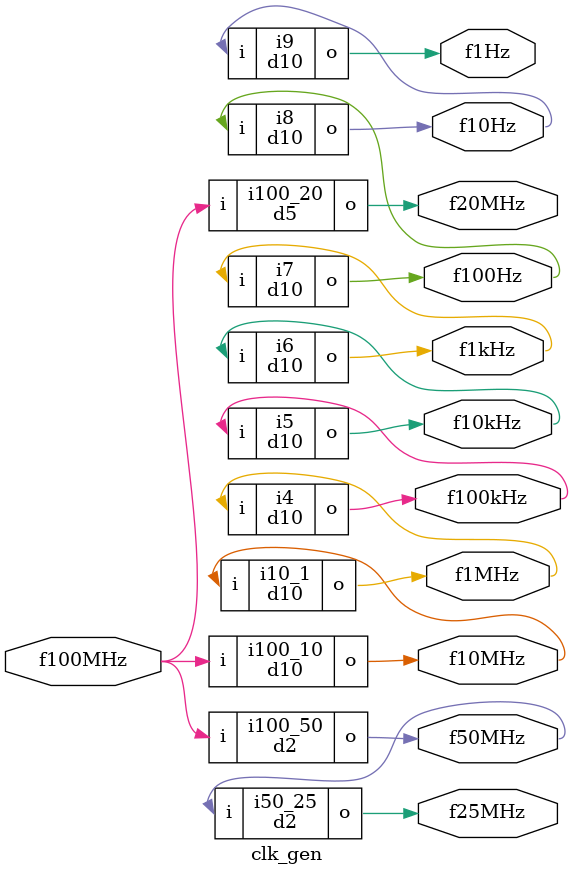
<source format=v>
module d10
  (
   input wire i,
   output wire o
   );

   wire osig;
   reg [3:0]   c;
   reg oreg;
   
   initial begin
     c= 4'd0;
     oreg= 0;
   end

   wire last;
   assign last= c==4'd9;
   
   always @(posedge i)
     begin
	if (last)
	  c<= 0;
	else
	  c<= c+1;
     end
   
   always @(posedge i)
     oreg<= osig;
     
   assign osig= (c==0) || (c==1) || (c==2) || (c==3) || (c==4)
/*
	     ((~c[3] & ~c[2]) & (~c[1] & ~c[0])) |
	     ((~c[3] & ~c[2]) & (~c[1] &  c[0])) |
             ((~c[3] & ~c[2]) & ( c[1] & ~c[0])) |
             ((~c[3] & ~c[2]) & ( c[1] &  c[0])) |
             ((~c[3] &  c[2]) & (~c[1] & ~c[0]))
             */
        ;
   
   assign o= oreg;
   
endmodule // div10

module d2
  (
   input wire i,
   output reg o
   );
   
   initial
     o= 0;
   
   always @(posedge i)
     o<= ~o;
   
endmodule

module d5
  (
   input wire i,
   output wire o
  );

  wire osig;  
  reg [2:0] c;
  reg oreg;
  
  initial begin
    c= 3'd0;
    oreg= 0;
  end
  
  wire last;
  assign last= c==3'd4; 
  always @(posedge i)
    if (last)
      c<= 0;
    else
      c<= c+1;
      
  always @(posedge i)
    oreg<= osig;
    
  assign osig= (c==0) || (c==1) || (c==2)
	   //(~c[2] & ~c[1] & ~c[0]) |
           //(~c[2] & ~c[1] &  c[0]) |
           //(~c[2] &  c[1] & ~c[0])
             ;
  assign o= oreg;
            
endmodule

module clk_gen
  (
   input wire  f100MHz,
   output wire f50MHz,
   output wire f25MHz,
   output wire f20MHz,
   output wire f10MHz,
   output wire f1MHz,
   output wire f100kHz,
   output wire f10kHz,
   output wire f1kHz,
   output wire f100Hz,
   output wire f10Hz,
   output wire f1Hz
   );
    
   d2  i100_50 (.i(f100MHz), .o(f50MHz));
   d2  i50_25  (.i(f50MHz),  .o(f25MHz));
   d5  i100_20 (.i(f100MHz), .o(f20MHz));
   d10 i100_10 (.i(f100MHz), .o(f10MHz));
   d10 i10_1   (.i(f10MHz),  .o(f1MHz));
   d10 i4    (.i(f1MHz),   .o(f100kHz));
   d10 i5    (.i(f100kHz), .o(f10kHz));
   d10 i6    (.i(f10kHz),  .o(f1kHz));
   d10 i7    (.i(f1kHz),   .o(f100Hz));
   d10 i8    (.i(f100Hz),  .o(f10Hz));
   d10 i9    (.i(f10Hz),   .o(f1Hz));
   
endmodule // clk_gen

</source>
